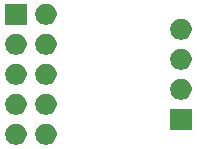
<source format=gbr>
G04 #@! TF.GenerationSoftware,KiCad,Pcbnew,(5.1.5)-2*
G04 #@! TF.CreationDate,2019-12-06T13:47:24+11:00*
G04 #@! TF.ProjectId,SWD-Breakout,5357442d-4272-4656-916b-6f75742e6b69,rev?*
G04 #@! TF.SameCoordinates,Original*
G04 #@! TF.FileFunction,Soldermask,Bot*
G04 #@! TF.FilePolarity,Negative*
%FSLAX46Y46*%
G04 Gerber Fmt 4.6, Leading zero omitted, Abs format (unit mm)*
G04 Created by KiCad (PCBNEW (5.1.5)-2) date 2019-12-06 13:47:24*
%MOMM*%
%LPD*%
G04 APERTURE LIST*
%ADD10C,0.100000*%
G04 APERTURE END LIST*
D10*
G36*
X136003512Y-85463927D02*
G01*
X136152812Y-85493624D01*
X136316784Y-85561544D01*
X136464354Y-85660147D01*
X136589853Y-85785646D01*
X136688456Y-85933216D01*
X136756376Y-86097188D01*
X136791000Y-86271259D01*
X136791000Y-86448741D01*
X136756376Y-86622812D01*
X136688456Y-86786784D01*
X136589853Y-86934354D01*
X136464354Y-87059853D01*
X136316784Y-87158456D01*
X136152812Y-87226376D01*
X136003512Y-87256073D01*
X135978742Y-87261000D01*
X135801258Y-87261000D01*
X135776488Y-87256073D01*
X135627188Y-87226376D01*
X135463216Y-87158456D01*
X135315646Y-87059853D01*
X135190147Y-86934354D01*
X135091544Y-86786784D01*
X135023624Y-86622812D01*
X134989000Y-86448741D01*
X134989000Y-86271259D01*
X135023624Y-86097188D01*
X135091544Y-85933216D01*
X135190147Y-85785646D01*
X135315646Y-85660147D01*
X135463216Y-85561544D01*
X135627188Y-85493624D01*
X135776488Y-85463927D01*
X135801258Y-85459000D01*
X135978742Y-85459000D01*
X136003512Y-85463927D01*
G37*
G36*
X138543512Y-85463927D02*
G01*
X138692812Y-85493624D01*
X138856784Y-85561544D01*
X139004354Y-85660147D01*
X139129853Y-85785646D01*
X139228456Y-85933216D01*
X139296376Y-86097188D01*
X139331000Y-86271259D01*
X139331000Y-86448741D01*
X139296376Y-86622812D01*
X139228456Y-86786784D01*
X139129853Y-86934354D01*
X139004354Y-87059853D01*
X138856784Y-87158456D01*
X138692812Y-87226376D01*
X138543512Y-87256073D01*
X138518742Y-87261000D01*
X138341258Y-87261000D01*
X138316488Y-87256073D01*
X138167188Y-87226376D01*
X138003216Y-87158456D01*
X137855646Y-87059853D01*
X137730147Y-86934354D01*
X137631544Y-86786784D01*
X137563624Y-86622812D01*
X137529000Y-86448741D01*
X137529000Y-86271259D01*
X137563624Y-86097188D01*
X137631544Y-85933216D01*
X137730147Y-85785646D01*
X137855646Y-85660147D01*
X138003216Y-85561544D01*
X138167188Y-85493624D01*
X138316488Y-85463927D01*
X138341258Y-85459000D01*
X138518742Y-85459000D01*
X138543512Y-85463927D01*
G37*
G36*
X150761000Y-85991000D02*
G01*
X148959000Y-85991000D01*
X148959000Y-84189000D01*
X150761000Y-84189000D01*
X150761000Y-85991000D01*
G37*
G36*
X138543512Y-82923927D02*
G01*
X138692812Y-82953624D01*
X138856784Y-83021544D01*
X139004354Y-83120147D01*
X139129853Y-83245646D01*
X139228456Y-83393216D01*
X139296376Y-83557188D01*
X139331000Y-83731259D01*
X139331000Y-83908741D01*
X139296376Y-84082812D01*
X139228456Y-84246784D01*
X139129853Y-84394354D01*
X139004354Y-84519853D01*
X138856784Y-84618456D01*
X138692812Y-84686376D01*
X138543512Y-84716073D01*
X138518742Y-84721000D01*
X138341258Y-84721000D01*
X138316488Y-84716073D01*
X138167188Y-84686376D01*
X138003216Y-84618456D01*
X137855646Y-84519853D01*
X137730147Y-84394354D01*
X137631544Y-84246784D01*
X137563624Y-84082812D01*
X137529000Y-83908741D01*
X137529000Y-83731259D01*
X137563624Y-83557188D01*
X137631544Y-83393216D01*
X137730147Y-83245646D01*
X137855646Y-83120147D01*
X138003216Y-83021544D01*
X138167188Y-82953624D01*
X138316488Y-82923927D01*
X138341258Y-82919000D01*
X138518742Y-82919000D01*
X138543512Y-82923927D01*
G37*
G36*
X136003512Y-82923927D02*
G01*
X136152812Y-82953624D01*
X136316784Y-83021544D01*
X136464354Y-83120147D01*
X136589853Y-83245646D01*
X136688456Y-83393216D01*
X136756376Y-83557188D01*
X136791000Y-83731259D01*
X136791000Y-83908741D01*
X136756376Y-84082812D01*
X136688456Y-84246784D01*
X136589853Y-84394354D01*
X136464354Y-84519853D01*
X136316784Y-84618456D01*
X136152812Y-84686376D01*
X136003512Y-84716073D01*
X135978742Y-84721000D01*
X135801258Y-84721000D01*
X135776488Y-84716073D01*
X135627188Y-84686376D01*
X135463216Y-84618456D01*
X135315646Y-84519853D01*
X135190147Y-84394354D01*
X135091544Y-84246784D01*
X135023624Y-84082812D01*
X134989000Y-83908741D01*
X134989000Y-83731259D01*
X135023624Y-83557188D01*
X135091544Y-83393216D01*
X135190147Y-83245646D01*
X135315646Y-83120147D01*
X135463216Y-83021544D01*
X135627188Y-82953624D01*
X135776488Y-82923927D01*
X135801258Y-82919000D01*
X135978742Y-82919000D01*
X136003512Y-82923927D01*
G37*
G36*
X149973512Y-81653927D02*
G01*
X150122812Y-81683624D01*
X150286784Y-81751544D01*
X150434354Y-81850147D01*
X150559853Y-81975646D01*
X150658456Y-82123216D01*
X150726376Y-82287188D01*
X150761000Y-82461259D01*
X150761000Y-82638741D01*
X150726376Y-82812812D01*
X150658456Y-82976784D01*
X150559853Y-83124354D01*
X150434354Y-83249853D01*
X150286784Y-83348456D01*
X150122812Y-83416376D01*
X149973512Y-83446073D01*
X149948742Y-83451000D01*
X149771258Y-83451000D01*
X149746488Y-83446073D01*
X149597188Y-83416376D01*
X149433216Y-83348456D01*
X149285646Y-83249853D01*
X149160147Y-83124354D01*
X149061544Y-82976784D01*
X148993624Y-82812812D01*
X148959000Y-82638741D01*
X148959000Y-82461259D01*
X148993624Y-82287188D01*
X149061544Y-82123216D01*
X149160147Y-81975646D01*
X149285646Y-81850147D01*
X149433216Y-81751544D01*
X149597188Y-81683624D01*
X149746488Y-81653927D01*
X149771258Y-81649000D01*
X149948742Y-81649000D01*
X149973512Y-81653927D01*
G37*
G36*
X138543512Y-80383927D02*
G01*
X138692812Y-80413624D01*
X138856784Y-80481544D01*
X139004354Y-80580147D01*
X139129853Y-80705646D01*
X139228456Y-80853216D01*
X139296376Y-81017188D01*
X139331000Y-81191259D01*
X139331000Y-81368741D01*
X139296376Y-81542812D01*
X139228456Y-81706784D01*
X139129853Y-81854354D01*
X139004354Y-81979853D01*
X138856784Y-82078456D01*
X138692812Y-82146376D01*
X138543512Y-82176073D01*
X138518742Y-82181000D01*
X138341258Y-82181000D01*
X138316488Y-82176073D01*
X138167188Y-82146376D01*
X138003216Y-82078456D01*
X137855646Y-81979853D01*
X137730147Y-81854354D01*
X137631544Y-81706784D01*
X137563624Y-81542812D01*
X137529000Y-81368741D01*
X137529000Y-81191259D01*
X137563624Y-81017188D01*
X137631544Y-80853216D01*
X137730147Y-80705646D01*
X137855646Y-80580147D01*
X138003216Y-80481544D01*
X138167188Y-80413624D01*
X138316488Y-80383927D01*
X138341258Y-80379000D01*
X138518742Y-80379000D01*
X138543512Y-80383927D01*
G37*
G36*
X136003512Y-80383927D02*
G01*
X136152812Y-80413624D01*
X136316784Y-80481544D01*
X136464354Y-80580147D01*
X136589853Y-80705646D01*
X136688456Y-80853216D01*
X136756376Y-81017188D01*
X136791000Y-81191259D01*
X136791000Y-81368741D01*
X136756376Y-81542812D01*
X136688456Y-81706784D01*
X136589853Y-81854354D01*
X136464354Y-81979853D01*
X136316784Y-82078456D01*
X136152812Y-82146376D01*
X136003512Y-82176073D01*
X135978742Y-82181000D01*
X135801258Y-82181000D01*
X135776488Y-82176073D01*
X135627188Y-82146376D01*
X135463216Y-82078456D01*
X135315646Y-81979853D01*
X135190147Y-81854354D01*
X135091544Y-81706784D01*
X135023624Y-81542812D01*
X134989000Y-81368741D01*
X134989000Y-81191259D01*
X135023624Y-81017188D01*
X135091544Y-80853216D01*
X135190147Y-80705646D01*
X135315646Y-80580147D01*
X135463216Y-80481544D01*
X135627188Y-80413624D01*
X135776488Y-80383927D01*
X135801258Y-80379000D01*
X135978742Y-80379000D01*
X136003512Y-80383927D01*
G37*
G36*
X149973512Y-79113927D02*
G01*
X150122812Y-79143624D01*
X150286784Y-79211544D01*
X150434354Y-79310147D01*
X150559853Y-79435646D01*
X150658456Y-79583216D01*
X150726376Y-79747188D01*
X150761000Y-79921259D01*
X150761000Y-80098741D01*
X150726376Y-80272812D01*
X150658456Y-80436784D01*
X150559853Y-80584354D01*
X150434354Y-80709853D01*
X150286784Y-80808456D01*
X150122812Y-80876376D01*
X149973512Y-80906073D01*
X149948742Y-80911000D01*
X149771258Y-80911000D01*
X149746488Y-80906073D01*
X149597188Y-80876376D01*
X149433216Y-80808456D01*
X149285646Y-80709853D01*
X149160147Y-80584354D01*
X149061544Y-80436784D01*
X148993624Y-80272812D01*
X148959000Y-80098741D01*
X148959000Y-79921259D01*
X148993624Y-79747188D01*
X149061544Y-79583216D01*
X149160147Y-79435646D01*
X149285646Y-79310147D01*
X149433216Y-79211544D01*
X149597188Y-79143624D01*
X149746488Y-79113927D01*
X149771258Y-79109000D01*
X149948742Y-79109000D01*
X149973512Y-79113927D01*
G37*
G36*
X138543512Y-77843927D02*
G01*
X138692812Y-77873624D01*
X138856784Y-77941544D01*
X139004354Y-78040147D01*
X139129853Y-78165646D01*
X139228456Y-78313216D01*
X139296376Y-78477188D01*
X139331000Y-78651259D01*
X139331000Y-78828741D01*
X139296376Y-79002812D01*
X139228456Y-79166784D01*
X139129853Y-79314354D01*
X139004354Y-79439853D01*
X138856784Y-79538456D01*
X138692812Y-79606376D01*
X138543512Y-79636073D01*
X138518742Y-79641000D01*
X138341258Y-79641000D01*
X138316488Y-79636073D01*
X138167188Y-79606376D01*
X138003216Y-79538456D01*
X137855646Y-79439853D01*
X137730147Y-79314354D01*
X137631544Y-79166784D01*
X137563624Y-79002812D01*
X137529000Y-78828741D01*
X137529000Y-78651259D01*
X137563624Y-78477188D01*
X137631544Y-78313216D01*
X137730147Y-78165646D01*
X137855646Y-78040147D01*
X138003216Y-77941544D01*
X138167188Y-77873624D01*
X138316488Y-77843927D01*
X138341258Y-77839000D01*
X138518742Y-77839000D01*
X138543512Y-77843927D01*
G37*
G36*
X136003512Y-77843927D02*
G01*
X136152812Y-77873624D01*
X136316784Y-77941544D01*
X136464354Y-78040147D01*
X136589853Y-78165646D01*
X136688456Y-78313216D01*
X136756376Y-78477188D01*
X136791000Y-78651259D01*
X136791000Y-78828741D01*
X136756376Y-79002812D01*
X136688456Y-79166784D01*
X136589853Y-79314354D01*
X136464354Y-79439853D01*
X136316784Y-79538456D01*
X136152812Y-79606376D01*
X136003512Y-79636073D01*
X135978742Y-79641000D01*
X135801258Y-79641000D01*
X135776488Y-79636073D01*
X135627188Y-79606376D01*
X135463216Y-79538456D01*
X135315646Y-79439853D01*
X135190147Y-79314354D01*
X135091544Y-79166784D01*
X135023624Y-79002812D01*
X134989000Y-78828741D01*
X134989000Y-78651259D01*
X135023624Y-78477188D01*
X135091544Y-78313216D01*
X135190147Y-78165646D01*
X135315646Y-78040147D01*
X135463216Y-77941544D01*
X135627188Y-77873624D01*
X135776488Y-77843927D01*
X135801258Y-77839000D01*
X135978742Y-77839000D01*
X136003512Y-77843927D01*
G37*
G36*
X149973512Y-76573927D02*
G01*
X150122812Y-76603624D01*
X150286784Y-76671544D01*
X150434354Y-76770147D01*
X150559853Y-76895646D01*
X150658456Y-77043216D01*
X150726376Y-77207188D01*
X150761000Y-77381259D01*
X150761000Y-77558741D01*
X150726376Y-77732812D01*
X150658456Y-77896784D01*
X150559853Y-78044354D01*
X150434354Y-78169853D01*
X150286784Y-78268456D01*
X150122812Y-78336376D01*
X149973512Y-78366073D01*
X149948742Y-78371000D01*
X149771258Y-78371000D01*
X149746488Y-78366073D01*
X149597188Y-78336376D01*
X149433216Y-78268456D01*
X149285646Y-78169853D01*
X149160147Y-78044354D01*
X149061544Y-77896784D01*
X148993624Y-77732812D01*
X148959000Y-77558741D01*
X148959000Y-77381259D01*
X148993624Y-77207188D01*
X149061544Y-77043216D01*
X149160147Y-76895646D01*
X149285646Y-76770147D01*
X149433216Y-76671544D01*
X149597188Y-76603624D01*
X149746488Y-76573927D01*
X149771258Y-76569000D01*
X149948742Y-76569000D01*
X149973512Y-76573927D01*
G37*
G36*
X136791000Y-77101000D02*
G01*
X134989000Y-77101000D01*
X134989000Y-75299000D01*
X136791000Y-75299000D01*
X136791000Y-77101000D01*
G37*
G36*
X138543512Y-75303927D02*
G01*
X138692812Y-75333624D01*
X138856784Y-75401544D01*
X139004354Y-75500147D01*
X139129853Y-75625646D01*
X139228456Y-75773216D01*
X139296376Y-75937188D01*
X139331000Y-76111259D01*
X139331000Y-76288741D01*
X139296376Y-76462812D01*
X139228456Y-76626784D01*
X139129853Y-76774354D01*
X139004354Y-76899853D01*
X138856784Y-76998456D01*
X138692812Y-77066376D01*
X138543512Y-77096073D01*
X138518742Y-77101000D01*
X138341258Y-77101000D01*
X138316488Y-77096073D01*
X138167188Y-77066376D01*
X138003216Y-76998456D01*
X137855646Y-76899853D01*
X137730147Y-76774354D01*
X137631544Y-76626784D01*
X137563624Y-76462812D01*
X137529000Y-76288741D01*
X137529000Y-76111259D01*
X137563624Y-75937188D01*
X137631544Y-75773216D01*
X137730147Y-75625646D01*
X137855646Y-75500147D01*
X138003216Y-75401544D01*
X138167188Y-75333624D01*
X138316488Y-75303927D01*
X138341258Y-75299000D01*
X138518742Y-75299000D01*
X138543512Y-75303927D01*
G37*
M02*

</source>
